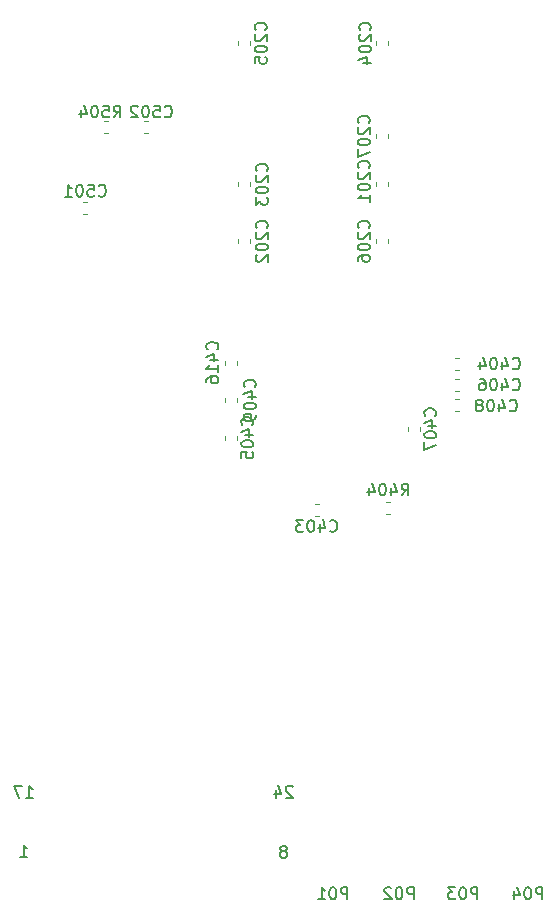
<source format=gbr>
G04 #@! TF.GenerationSoftware,KiCad,Pcbnew,5.1.2*
G04 #@! TF.CreationDate,2019-07-22T21:22:39-05:00*
G04 #@! TF.ProjectId,Raptor2000,52617074-6f72-4323-9030-302e6b696361,A*
G04 #@! TF.SameCoordinates,Original*
G04 #@! TF.FileFunction,Legend,Bot*
G04 #@! TF.FilePolarity,Positive*
%FSLAX46Y46*%
G04 Gerber Fmt 4.6, Leading zero omitted, Abs format (unit mm)*
G04 Created by KiCad (PCBNEW 5.1.2) date 2019-07-22 21:22:39*
%MOMM*%
%LPD*%
G04 APERTURE LIST*
%ADD10C,0.120000*%
%ADD11C,0.150000*%
G04 APERTURE END LIST*
D10*
X129804279Y-69153500D02*
X129478721Y-69153500D01*
X129804279Y-68133500D02*
X129478721Y-68133500D01*
X153380221Y-100391500D02*
X153705779Y-100391500D01*
X153380221Y-101411500D02*
X153705779Y-101411500D01*
X133157279Y-69153500D02*
X132831721Y-69153500D01*
X133157279Y-68133500D02*
X132831721Y-68133500D01*
X128051779Y-76011500D02*
X127726221Y-76011500D01*
X128051779Y-74991500D02*
X127726221Y-74991500D01*
X140718000Y-88745279D02*
X140718000Y-88419721D01*
X139698000Y-88745279D02*
X139698000Y-88419721D01*
X139698000Y-91894779D02*
X139698000Y-91569221D01*
X140718000Y-91894779D02*
X140718000Y-91569221D01*
X159222221Y-91666501D02*
X159547779Y-91666501D01*
X159222221Y-92686501D02*
X159547779Y-92686501D01*
X155192000Y-94358779D02*
X155192000Y-94033221D01*
X156212000Y-94358779D02*
X156212000Y-94033221D01*
X159222221Y-89977500D02*
X159547779Y-89977500D01*
X159222221Y-90997500D02*
X159547779Y-90997500D01*
X139698000Y-95120779D02*
X139698000Y-94795221D01*
X140718000Y-95120779D02*
X140718000Y-94795221D01*
X159222221Y-88199500D02*
X159547779Y-88199500D01*
X159222221Y-89219500D02*
X159547779Y-89219500D01*
X147309721Y-100518500D02*
X147635279Y-100518500D01*
X147309721Y-101538500D02*
X147635279Y-101538500D01*
X152525000Y-69568279D02*
X152525000Y-69242721D01*
X153545000Y-69568279D02*
X153545000Y-69242721D01*
X152525000Y-78458279D02*
X152525000Y-78132721D01*
X153545000Y-78458279D02*
X153545000Y-78132721D01*
X140841000Y-61694279D02*
X140841000Y-61368721D01*
X141861000Y-61694279D02*
X141861000Y-61368721D01*
X153545000Y-61368721D02*
X153545000Y-61694279D01*
X152525000Y-61368721D02*
X152525000Y-61694279D01*
X141861000Y-73306721D02*
X141861000Y-73632279D01*
X140841000Y-73306721D02*
X140841000Y-73632279D01*
X141861000Y-78132721D02*
X141861000Y-78458279D01*
X140841000Y-78132721D02*
X140841000Y-78458279D01*
X152525000Y-73632279D02*
X152525000Y-73306721D01*
X153545000Y-73632279D02*
X153545000Y-73306721D01*
D11*
X130278047Y-67825880D02*
X130611380Y-67349690D01*
X130849476Y-67825880D02*
X130849476Y-66825880D01*
X130468523Y-66825880D01*
X130373285Y-66873500D01*
X130325666Y-66921119D01*
X130278047Y-67016357D01*
X130278047Y-67159214D01*
X130325666Y-67254452D01*
X130373285Y-67302071D01*
X130468523Y-67349690D01*
X130849476Y-67349690D01*
X129373285Y-66825880D02*
X129849476Y-66825880D01*
X129897095Y-67302071D01*
X129849476Y-67254452D01*
X129754238Y-67206833D01*
X129516142Y-67206833D01*
X129420904Y-67254452D01*
X129373285Y-67302071D01*
X129325666Y-67397309D01*
X129325666Y-67635404D01*
X129373285Y-67730642D01*
X129420904Y-67778261D01*
X129516142Y-67825880D01*
X129754238Y-67825880D01*
X129849476Y-67778261D01*
X129897095Y-67730642D01*
X128706619Y-66825880D02*
X128611380Y-66825880D01*
X128516142Y-66873500D01*
X128468523Y-66921119D01*
X128420904Y-67016357D01*
X128373285Y-67206833D01*
X128373285Y-67444928D01*
X128420904Y-67635404D01*
X128468523Y-67730642D01*
X128516142Y-67778261D01*
X128611380Y-67825880D01*
X128706619Y-67825880D01*
X128801857Y-67778261D01*
X128849476Y-67730642D01*
X128897095Y-67635404D01*
X128944714Y-67444928D01*
X128944714Y-67206833D01*
X128897095Y-67016357D01*
X128849476Y-66921119D01*
X128801857Y-66873500D01*
X128706619Y-66825880D01*
X127516142Y-67159214D02*
X127516142Y-67825880D01*
X127754238Y-66778261D02*
X127992333Y-67492547D01*
X127373285Y-67492547D01*
X154662047Y-99829880D02*
X154995380Y-99353690D01*
X155233476Y-99829880D02*
X155233476Y-98829880D01*
X154852523Y-98829880D01*
X154757285Y-98877500D01*
X154709666Y-98925119D01*
X154662047Y-99020357D01*
X154662047Y-99163214D01*
X154709666Y-99258452D01*
X154757285Y-99306071D01*
X154852523Y-99353690D01*
X155233476Y-99353690D01*
X153804904Y-99163214D02*
X153804904Y-99829880D01*
X154043000Y-98782261D02*
X154281095Y-99496547D01*
X153662047Y-99496547D01*
X153090619Y-98829880D02*
X152995380Y-98829880D01*
X152900142Y-98877500D01*
X152852523Y-98925119D01*
X152804904Y-99020357D01*
X152757285Y-99210833D01*
X152757285Y-99448928D01*
X152804904Y-99639404D01*
X152852523Y-99734642D01*
X152900142Y-99782261D01*
X152995380Y-99829880D01*
X153090619Y-99829880D01*
X153185857Y-99782261D01*
X153233476Y-99734642D01*
X153281095Y-99639404D01*
X153328714Y-99448928D01*
X153328714Y-99210833D01*
X153281095Y-99020357D01*
X153233476Y-98925119D01*
X153185857Y-98877500D01*
X153090619Y-98829880D01*
X151900142Y-99163214D02*
X151900142Y-99829880D01*
X152138238Y-98782261D02*
X152376333Y-99496547D01*
X151757285Y-99496547D01*
X166583285Y-134007880D02*
X166583285Y-133007880D01*
X166202333Y-133007880D01*
X166107095Y-133055500D01*
X166059476Y-133103119D01*
X166011857Y-133198357D01*
X166011857Y-133341214D01*
X166059476Y-133436452D01*
X166107095Y-133484071D01*
X166202333Y-133531690D01*
X166583285Y-133531690D01*
X165392809Y-133007880D02*
X165297571Y-133007880D01*
X165202333Y-133055500D01*
X165154714Y-133103119D01*
X165107095Y-133198357D01*
X165059476Y-133388833D01*
X165059476Y-133626928D01*
X165107095Y-133817404D01*
X165154714Y-133912642D01*
X165202333Y-133960261D01*
X165297571Y-134007880D01*
X165392809Y-134007880D01*
X165488047Y-133960261D01*
X165535666Y-133912642D01*
X165583285Y-133817404D01*
X165630904Y-133626928D01*
X165630904Y-133388833D01*
X165583285Y-133198357D01*
X165535666Y-133103119D01*
X165488047Y-133055500D01*
X165392809Y-133007880D01*
X164202333Y-133341214D02*
X164202333Y-134007880D01*
X164440428Y-132960261D02*
X164678523Y-133674547D01*
X164059476Y-133674547D01*
X161083285Y-134007880D02*
X161083285Y-133007880D01*
X160702333Y-133007880D01*
X160607095Y-133055500D01*
X160559476Y-133103119D01*
X160511857Y-133198357D01*
X160511857Y-133341214D01*
X160559476Y-133436452D01*
X160607095Y-133484071D01*
X160702333Y-133531690D01*
X161083285Y-133531690D01*
X159892809Y-133007880D02*
X159797571Y-133007880D01*
X159702333Y-133055500D01*
X159654714Y-133103119D01*
X159607095Y-133198357D01*
X159559476Y-133388833D01*
X159559476Y-133626928D01*
X159607095Y-133817404D01*
X159654714Y-133912642D01*
X159702333Y-133960261D01*
X159797571Y-134007880D01*
X159892809Y-134007880D01*
X159988047Y-133960261D01*
X160035666Y-133912642D01*
X160083285Y-133817404D01*
X160130904Y-133626928D01*
X160130904Y-133388833D01*
X160083285Y-133198357D01*
X160035666Y-133103119D01*
X159988047Y-133055500D01*
X159892809Y-133007880D01*
X159226142Y-133007880D02*
X158607095Y-133007880D01*
X158940428Y-133388833D01*
X158797571Y-133388833D01*
X158702333Y-133436452D01*
X158654714Y-133484071D01*
X158607095Y-133579309D01*
X158607095Y-133817404D01*
X158654714Y-133912642D01*
X158702333Y-133960261D01*
X158797571Y-134007880D01*
X159083285Y-134007880D01*
X159178523Y-133960261D01*
X159226142Y-133912642D01*
X155683285Y-134007880D02*
X155683285Y-133007880D01*
X155302333Y-133007880D01*
X155207095Y-133055500D01*
X155159476Y-133103119D01*
X155111857Y-133198357D01*
X155111857Y-133341214D01*
X155159476Y-133436452D01*
X155207095Y-133484071D01*
X155302333Y-133531690D01*
X155683285Y-133531690D01*
X154492809Y-133007880D02*
X154397571Y-133007880D01*
X154302333Y-133055500D01*
X154254714Y-133103119D01*
X154207095Y-133198357D01*
X154159476Y-133388833D01*
X154159476Y-133626928D01*
X154207095Y-133817404D01*
X154254714Y-133912642D01*
X154302333Y-133960261D01*
X154397571Y-134007880D01*
X154492809Y-134007880D01*
X154588047Y-133960261D01*
X154635666Y-133912642D01*
X154683285Y-133817404D01*
X154730904Y-133626928D01*
X154730904Y-133388833D01*
X154683285Y-133198357D01*
X154635666Y-133103119D01*
X154588047Y-133055500D01*
X154492809Y-133007880D01*
X153778523Y-133103119D02*
X153730904Y-133055500D01*
X153635666Y-133007880D01*
X153397571Y-133007880D01*
X153302333Y-133055500D01*
X153254714Y-133103119D01*
X153207095Y-133198357D01*
X153207095Y-133293595D01*
X153254714Y-133436452D01*
X153826142Y-134007880D01*
X153207095Y-134007880D01*
X150083285Y-134007880D02*
X150083285Y-133007880D01*
X149702333Y-133007880D01*
X149607095Y-133055500D01*
X149559476Y-133103119D01*
X149511857Y-133198357D01*
X149511857Y-133341214D01*
X149559476Y-133436452D01*
X149607095Y-133484071D01*
X149702333Y-133531690D01*
X150083285Y-133531690D01*
X148892809Y-133007880D02*
X148797571Y-133007880D01*
X148702333Y-133055500D01*
X148654714Y-133103119D01*
X148607095Y-133198357D01*
X148559476Y-133388833D01*
X148559476Y-133626928D01*
X148607095Y-133817404D01*
X148654714Y-133912642D01*
X148702333Y-133960261D01*
X148797571Y-134007880D01*
X148892809Y-134007880D01*
X148988047Y-133960261D01*
X149035666Y-133912642D01*
X149083285Y-133817404D01*
X149130904Y-133626928D01*
X149130904Y-133388833D01*
X149083285Y-133198357D01*
X149035666Y-133103119D01*
X148988047Y-133055500D01*
X148892809Y-133007880D01*
X147607095Y-134007880D02*
X148178523Y-134007880D01*
X147892809Y-134007880D02*
X147892809Y-133007880D01*
X147988047Y-133150738D01*
X148083285Y-133245976D01*
X148178523Y-133293595D01*
X145430904Y-124503119D02*
X145383285Y-124455500D01*
X145288047Y-124407880D01*
X145049952Y-124407880D01*
X144954714Y-124455500D01*
X144907095Y-124503119D01*
X144859476Y-124598357D01*
X144859476Y-124693595D01*
X144907095Y-124836452D01*
X145478523Y-125407880D01*
X144859476Y-125407880D01*
X144002333Y-124741214D02*
X144002333Y-125407880D01*
X144240428Y-124360261D02*
X144478523Y-125074547D01*
X143859476Y-125074547D01*
X122859476Y-125407880D02*
X123430904Y-125407880D01*
X123145190Y-125407880D02*
X123145190Y-124407880D01*
X123240428Y-124550738D01*
X123335666Y-124645976D01*
X123430904Y-124693595D01*
X122526142Y-124407880D02*
X121859476Y-124407880D01*
X122288047Y-125407880D01*
X144764238Y-129936452D02*
X144859476Y-129888833D01*
X144907095Y-129841214D01*
X144954714Y-129745976D01*
X144954714Y-129698357D01*
X144907095Y-129603119D01*
X144859476Y-129555500D01*
X144764238Y-129507880D01*
X144573761Y-129507880D01*
X144478523Y-129555500D01*
X144430904Y-129603119D01*
X144383285Y-129698357D01*
X144383285Y-129745976D01*
X144430904Y-129841214D01*
X144478523Y-129888833D01*
X144573761Y-129936452D01*
X144764238Y-129936452D01*
X144859476Y-129984071D01*
X144907095Y-130031690D01*
X144954714Y-130126928D01*
X144954714Y-130317404D01*
X144907095Y-130412642D01*
X144859476Y-130460261D01*
X144764238Y-130507880D01*
X144573761Y-130507880D01*
X144478523Y-130460261D01*
X144430904Y-130412642D01*
X144383285Y-130317404D01*
X144383285Y-130126928D01*
X144430904Y-130031690D01*
X144478523Y-129984071D01*
X144573761Y-129936452D01*
X122383285Y-130407880D02*
X122954714Y-130407880D01*
X122669000Y-130407880D02*
X122669000Y-129407880D01*
X122764238Y-129550738D01*
X122859476Y-129645976D01*
X122954714Y-129693595D01*
X134596047Y-67730642D02*
X134643666Y-67778261D01*
X134786523Y-67825880D01*
X134881761Y-67825880D01*
X135024619Y-67778261D01*
X135119857Y-67683023D01*
X135167476Y-67587785D01*
X135215095Y-67397309D01*
X135215095Y-67254452D01*
X135167476Y-67063976D01*
X135119857Y-66968738D01*
X135024619Y-66873500D01*
X134881761Y-66825880D01*
X134786523Y-66825880D01*
X134643666Y-66873500D01*
X134596047Y-66921119D01*
X133691285Y-66825880D02*
X134167476Y-66825880D01*
X134215095Y-67302071D01*
X134167476Y-67254452D01*
X134072238Y-67206833D01*
X133834142Y-67206833D01*
X133738904Y-67254452D01*
X133691285Y-67302071D01*
X133643666Y-67397309D01*
X133643666Y-67635404D01*
X133691285Y-67730642D01*
X133738904Y-67778261D01*
X133834142Y-67825880D01*
X134072238Y-67825880D01*
X134167476Y-67778261D01*
X134215095Y-67730642D01*
X133024619Y-66825880D02*
X132929380Y-66825880D01*
X132834142Y-66873500D01*
X132786523Y-66921119D01*
X132738904Y-67016357D01*
X132691285Y-67206833D01*
X132691285Y-67444928D01*
X132738904Y-67635404D01*
X132786523Y-67730642D01*
X132834142Y-67778261D01*
X132929380Y-67825880D01*
X133024619Y-67825880D01*
X133119857Y-67778261D01*
X133167476Y-67730642D01*
X133215095Y-67635404D01*
X133262714Y-67444928D01*
X133262714Y-67206833D01*
X133215095Y-67016357D01*
X133167476Y-66921119D01*
X133119857Y-66873500D01*
X133024619Y-66825880D01*
X132310333Y-66921119D02*
X132262714Y-66873500D01*
X132167476Y-66825880D01*
X131929380Y-66825880D01*
X131834142Y-66873500D01*
X131786523Y-66921119D01*
X131738904Y-67016357D01*
X131738904Y-67111595D01*
X131786523Y-67254452D01*
X132357952Y-67825880D01*
X131738904Y-67825880D01*
X129008047Y-74428642D02*
X129055666Y-74476261D01*
X129198523Y-74523880D01*
X129293761Y-74523880D01*
X129436619Y-74476261D01*
X129531857Y-74381023D01*
X129579476Y-74285785D01*
X129627095Y-74095309D01*
X129627095Y-73952452D01*
X129579476Y-73761976D01*
X129531857Y-73666738D01*
X129436619Y-73571500D01*
X129293761Y-73523880D01*
X129198523Y-73523880D01*
X129055666Y-73571500D01*
X129008047Y-73619119D01*
X128103285Y-73523880D02*
X128579476Y-73523880D01*
X128627095Y-74000071D01*
X128579476Y-73952452D01*
X128484238Y-73904833D01*
X128246142Y-73904833D01*
X128150904Y-73952452D01*
X128103285Y-74000071D01*
X128055666Y-74095309D01*
X128055666Y-74333404D01*
X128103285Y-74428642D01*
X128150904Y-74476261D01*
X128246142Y-74523880D01*
X128484238Y-74523880D01*
X128579476Y-74476261D01*
X128627095Y-74428642D01*
X127436619Y-73523880D02*
X127341380Y-73523880D01*
X127246142Y-73571500D01*
X127198523Y-73619119D01*
X127150904Y-73714357D01*
X127103285Y-73904833D01*
X127103285Y-74142928D01*
X127150904Y-74333404D01*
X127198523Y-74428642D01*
X127246142Y-74476261D01*
X127341380Y-74523880D01*
X127436619Y-74523880D01*
X127531857Y-74476261D01*
X127579476Y-74428642D01*
X127627095Y-74333404D01*
X127674714Y-74142928D01*
X127674714Y-73904833D01*
X127627095Y-73714357D01*
X127579476Y-73619119D01*
X127531857Y-73571500D01*
X127436619Y-73523880D01*
X126150904Y-74523880D02*
X126722333Y-74523880D01*
X126436619Y-74523880D02*
X126436619Y-73523880D01*
X126531857Y-73666738D01*
X126627095Y-73761976D01*
X126722333Y-73809595D01*
X139041142Y-87463452D02*
X139088761Y-87415833D01*
X139136380Y-87272976D01*
X139136380Y-87177738D01*
X139088761Y-87034880D01*
X138993523Y-86939642D01*
X138898285Y-86892023D01*
X138707809Y-86844404D01*
X138564952Y-86844404D01*
X138374476Y-86892023D01*
X138279238Y-86939642D01*
X138184000Y-87034880D01*
X138136380Y-87177738D01*
X138136380Y-87272976D01*
X138184000Y-87415833D01*
X138231619Y-87463452D01*
X138469714Y-88320595D02*
X139136380Y-88320595D01*
X138088761Y-88082500D02*
X138803047Y-87844404D01*
X138803047Y-88463452D01*
X139136380Y-89368214D02*
X139136380Y-88796785D01*
X139136380Y-89082500D02*
X138136380Y-89082500D01*
X138279238Y-88987261D01*
X138374476Y-88892023D01*
X138422095Y-88796785D01*
X138136380Y-90225357D02*
X138136380Y-90034880D01*
X138184000Y-89939642D01*
X138231619Y-89892023D01*
X138374476Y-89796785D01*
X138564952Y-89749166D01*
X138945904Y-89749166D01*
X139041142Y-89796785D01*
X139088761Y-89844404D01*
X139136380Y-89939642D01*
X139136380Y-90130119D01*
X139088761Y-90225357D01*
X139041142Y-90272976D01*
X138945904Y-90320595D01*
X138707809Y-90320595D01*
X138612571Y-90272976D01*
X138564952Y-90225357D01*
X138517333Y-90130119D01*
X138517333Y-89939642D01*
X138564952Y-89844404D01*
X138612571Y-89796785D01*
X138707809Y-89749166D01*
X142216142Y-90638452D02*
X142263761Y-90590833D01*
X142311380Y-90447976D01*
X142311380Y-90352738D01*
X142263761Y-90209880D01*
X142168523Y-90114642D01*
X142073285Y-90067023D01*
X141882809Y-90019404D01*
X141739952Y-90019404D01*
X141549476Y-90067023D01*
X141454238Y-90114642D01*
X141359000Y-90209880D01*
X141311380Y-90352738D01*
X141311380Y-90447976D01*
X141359000Y-90590833D01*
X141406619Y-90638452D01*
X141644714Y-91495595D02*
X142311380Y-91495595D01*
X141263761Y-91257500D02*
X141978047Y-91019404D01*
X141978047Y-91638452D01*
X141311380Y-92209880D02*
X141311380Y-92305119D01*
X141359000Y-92400357D01*
X141406619Y-92447976D01*
X141501857Y-92495595D01*
X141692333Y-92543214D01*
X141930428Y-92543214D01*
X142120904Y-92495595D01*
X142216142Y-92447976D01*
X142263761Y-92400357D01*
X142311380Y-92305119D01*
X142311380Y-92209880D01*
X142263761Y-92114642D01*
X142216142Y-92067023D01*
X142120904Y-92019404D01*
X141930428Y-91971785D01*
X141692333Y-91971785D01*
X141501857Y-92019404D01*
X141406619Y-92067023D01*
X141359000Y-92114642D01*
X141311380Y-92209880D01*
X142311380Y-93019404D02*
X142311380Y-93209880D01*
X142263761Y-93305119D01*
X142216142Y-93352738D01*
X142073285Y-93447976D01*
X141882809Y-93495595D01*
X141501857Y-93495595D01*
X141406619Y-93447976D01*
X141359000Y-93400357D01*
X141311380Y-93305119D01*
X141311380Y-93114642D01*
X141359000Y-93019404D01*
X141406619Y-92971785D01*
X141501857Y-92924166D01*
X141739952Y-92924166D01*
X141835190Y-92971785D01*
X141882809Y-93019404D01*
X141930428Y-93114642D01*
X141930428Y-93305119D01*
X141882809Y-93400357D01*
X141835190Y-93447976D01*
X141739952Y-93495595D01*
X163806047Y-92622642D02*
X163853666Y-92670261D01*
X163996523Y-92717880D01*
X164091761Y-92717880D01*
X164234619Y-92670261D01*
X164329857Y-92575023D01*
X164377476Y-92479785D01*
X164425095Y-92289309D01*
X164425095Y-92146452D01*
X164377476Y-91955976D01*
X164329857Y-91860738D01*
X164234619Y-91765500D01*
X164091761Y-91717880D01*
X163996523Y-91717880D01*
X163853666Y-91765500D01*
X163806047Y-91813119D01*
X162948904Y-92051214D02*
X162948904Y-92717880D01*
X163187000Y-91670261D02*
X163425095Y-92384547D01*
X162806047Y-92384547D01*
X162234619Y-91717880D02*
X162139380Y-91717880D01*
X162044142Y-91765500D01*
X161996523Y-91813119D01*
X161948904Y-91908357D01*
X161901285Y-92098833D01*
X161901285Y-92336928D01*
X161948904Y-92527404D01*
X161996523Y-92622642D01*
X162044142Y-92670261D01*
X162139380Y-92717880D01*
X162234619Y-92717880D01*
X162329857Y-92670261D01*
X162377476Y-92622642D01*
X162425095Y-92527404D01*
X162472714Y-92336928D01*
X162472714Y-92098833D01*
X162425095Y-91908357D01*
X162377476Y-91813119D01*
X162329857Y-91765500D01*
X162234619Y-91717880D01*
X161329857Y-92146452D02*
X161425095Y-92098833D01*
X161472714Y-92051214D01*
X161520333Y-91955976D01*
X161520333Y-91908357D01*
X161472714Y-91813119D01*
X161425095Y-91765500D01*
X161329857Y-91717880D01*
X161139380Y-91717880D01*
X161044142Y-91765500D01*
X160996523Y-91813119D01*
X160948904Y-91908357D01*
X160948904Y-91955976D01*
X160996523Y-92051214D01*
X161044142Y-92098833D01*
X161139380Y-92146452D01*
X161329857Y-92146452D01*
X161425095Y-92194071D01*
X161472714Y-92241690D01*
X161520333Y-92336928D01*
X161520333Y-92527404D01*
X161472714Y-92622642D01*
X161425095Y-92670261D01*
X161329857Y-92717880D01*
X161139380Y-92717880D01*
X161044142Y-92670261D01*
X160996523Y-92622642D01*
X160948904Y-92527404D01*
X160948904Y-92336928D01*
X160996523Y-92241690D01*
X161044142Y-92194071D01*
X161139380Y-92146452D01*
X157489142Y-93076952D02*
X157536761Y-93029333D01*
X157584380Y-92886476D01*
X157584380Y-92791238D01*
X157536761Y-92648380D01*
X157441523Y-92553142D01*
X157346285Y-92505523D01*
X157155809Y-92457904D01*
X157012952Y-92457904D01*
X156822476Y-92505523D01*
X156727238Y-92553142D01*
X156632000Y-92648380D01*
X156584380Y-92791238D01*
X156584380Y-92886476D01*
X156632000Y-93029333D01*
X156679619Y-93076952D01*
X156917714Y-93934095D02*
X157584380Y-93934095D01*
X156536761Y-93696000D02*
X157251047Y-93457904D01*
X157251047Y-94076952D01*
X156584380Y-94648380D02*
X156584380Y-94743619D01*
X156632000Y-94838857D01*
X156679619Y-94886476D01*
X156774857Y-94934095D01*
X156965333Y-94981714D01*
X157203428Y-94981714D01*
X157393904Y-94934095D01*
X157489142Y-94886476D01*
X157536761Y-94838857D01*
X157584380Y-94743619D01*
X157584380Y-94648380D01*
X157536761Y-94553142D01*
X157489142Y-94505523D01*
X157393904Y-94457904D01*
X157203428Y-94410285D01*
X156965333Y-94410285D01*
X156774857Y-94457904D01*
X156679619Y-94505523D01*
X156632000Y-94553142D01*
X156584380Y-94648380D01*
X156584380Y-95315047D02*
X156584380Y-95981714D01*
X157584380Y-95553142D01*
X164060047Y-90844642D02*
X164107666Y-90892261D01*
X164250523Y-90939880D01*
X164345761Y-90939880D01*
X164488619Y-90892261D01*
X164583857Y-90797023D01*
X164631476Y-90701785D01*
X164679095Y-90511309D01*
X164679095Y-90368452D01*
X164631476Y-90177976D01*
X164583857Y-90082738D01*
X164488619Y-89987500D01*
X164345761Y-89939880D01*
X164250523Y-89939880D01*
X164107666Y-89987500D01*
X164060047Y-90035119D01*
X163202904Y-90273214D02*
X163202904Y-90939880D01*
X163441000Y-89892261D02*
X163679095Y-90606547D01*
X163060047Y-90606547D01*
X162488619Y-89939880D02*
X162393380Y-89939880D01*
X162298142Y-89987500D01*
X162250523Y-90035119D01*
X162202904Y-90130357D01*
X162155285Y-90320833D01*
X162155285Y-90558928D01*
X162202904Y-90749404D01*
X162250523Y-90844642D01*
X162298142Y-90892261D01*
X162393380Y-90939880D01*
X162488619Y-90939880D01*
X162583857Y-90892261D01*
X162631476Y-90844642D01*
X162679095Y-90749404D01*
X162726714Y-90558928D01*
X162726714Y-90320833D01*
X162679095Y-90130357D01*
X162631476Y-90035119D01*
X162583857Y-89987500D01*
X162488619Y-89939880D01*
X161298142Y-89939880D02*
X161488619Y-89939880D01*
X161583857Y-89987500D01*
X161631476Y-90035119D01*
X161726714Y-90177976D01*
X161774333Y-90368452D01*
X161774333Y-90749404D01*
X161726714Y-90844642D01*
X161679095Y-90892261D01*
X161583857Y-90939880D01*
X161393380Y-90939880D01*
X161298142Y-90892261D01*
X161250523Y-90844642D01*
X161202904Y-90749404D01*
X161202904Y-90511309D01*
X161250523Y-90416071D01*
X161298142Y-90368452D01*
X161393380Y-90320833D01*
X161583857Y-90320833D01*
X161679095Y-90368452D01*
X161726714Y-90416071D01*
X161774333Y-90511309D01*
X141995142Y-93838952D02*
X142042761Y-93791333D01*
X142090380Y-93648476D01*
X142090380Y-93553238D01*
X142042761Y-93410380D01*
X141947523Y-93315142D01*
X141852285Y-93267523D01*
X141661809Y-93219904D01*
X141518952Y-93219904D01*
X141328476Y-93267523D01*
X141233238Y-93315142D01*
X141138000Y-93410380D01*
X141090380Y-93553238D01*
X141090380Y-93648476D01*
X141138000Y-93791333D01*
X141185619Y-93838952D01*
X141423714Y-94696095D02*
X142090380Y-94696095D01*
X141042761Y-94458000D02*
X141757047Y-94219904D01*
X141757047Y-94838952D01*
X141090380Y-95410380D02*
X141090380Y-95505619D01*
X141138000Y-95600857D01*
X141185619Y-95648476D01*
X141280857Y-95696095D01*
X141471333Y-95743714D01*
X141709428Y-95743714D01*
X141899904Y-95696095D01*
X141995142Y-95648476D01*
X142042761Y-95600857D01*
X142090380Y-95505619D01*
X142090380Y-95410380D01*
X142042761Y-95315142D01*
X141995142Y-95267523D01*
X141899904Y-95219904D01*
X141709428Y-95172285D01*
X141471333Y-95172285D01*
X141280857Y-95219904D01*
X141185619Y-95267523D01*
X141138000Y-95315142D01*
X141090380Y-95410380D01*
X141090380Y-96648476D02*
X141090380Y-96172285D01*
X141566571Y-96124666D01*
X141518952Y-96172285D01*
X141471333Y-96267523D01*
X141471333Y-96505619D01*
X141518952Y-96600857D01*
X141566571Y-96648476D01*
X141661809Y-96696095D01*
X141899904Y-96696095D01*
X141995142Y-96648476D01*
X142042761Y-96600857D01*
X142090380Y-96505619D01*
X142090380Y-96267523D01*
X142042761Y-96172285D01*
X141995142Y-96124666D01*
X164060047Y-89066642D02*
X164107666Y-89114261D01*
X164250523Y-89161880D01*
X164345761Y-89161880D01*
X164488619Y-89114261D01*
X164583857Y-89019023D01*
X164631476Y-88923785D01*
X164679095Y-88733309D01*
X164679095Y-88590452D01*
X164631476Y-88399976D01*
X164583857Y-88304738D01*
X164488619Y-88209500D01*
X164345761Y-88161880D01*
X164250523Y-88161880D01*
X164107666Y-88209500D01*
X164060047Y-88257119D01*
X163202904Y-88495214D02*
X163202904Y-89161880D01*
X163441000Y-88114261D02*
X163679095Y-88828547D01*
X163060047Y-88828547D01*
X162488619Y-88161880D02*
X162393380Y-88161880D01*
X162298142Y-88209500D01*
X162250523Y-88257119D01*
X162202904Y-88352357D01*
X162155285Y-88542833D01*
X162155285Y-88780928D01*
X162202904Y-88971404D01*
X162250523Y-89066642D01*
X162298142Y-89114261D01*
X162393380Y-89161880D01*
X162488619Y-89161880D01*
X162583857Y-89114261D01*
X162631476Y-89066642D01*
X162679095Y-88971404D01*
X162726714Y-88780928D01*
X162726714Y-88542833D01*
X162679095Y-88352357D01*
X162631476Y-88257119D01*
X162583857Y-88209500D01*
X162488619Y-88161880D01*
X161298142Y-88495214D02*
X161298142Y-89161880D01*
X161536238Y-88114261D02*
X161774333Y-88828547D01*
X161155285Y-88828547D01*
X148591547Y-102815642D02*
X148639166Y-102863261D01*
X148782023Y-102910880D01*
X148877261Y-102910880D01*
X149020119Y-102863261D01*
X149115357Y-102768023D01*
X149162976Y-102672785D01*
X149210595Y-102482309D01*
X149210595Y-102339452D01*
X149162976Y-102148976D01*
X149115357Y-102053738D01*
X149020119Y-101958500D01*
X148877261Y-101910880D01*
X148782023Y-101910880D01*
X148639166Y-101958500D01*
X148591547Y-102006119D01*
X147734404Y-102244214D02*
X147734404Y-102910880D01*
X147972500Y-101863261D02*
X148210595Y-102577547D01*
X147591547Y-102577547D01*
X147020119Y-101910880D02*
X146924880Y-101910880D01*
X146829642Y-101958500D01*
X146782023Y-102006119D01*
X146734404Y-102101357D01*
X146686785Y-102291833D01*
X146686785Y-102529928D01*
X146734404Y-102720404D01*
X146782023Y-102815642D01*
X146829642Y-102863261D01*
X146924880Y-102910880D01*
X147020119Y-102910880D01*
X147115357Y-102863261D01*
X147162976Y-102815642D01*
X147210595Y-102720404D01*
X147258214Y-102529928D01*
X147258214Y-102291833D01*
X147210595Y-102101357D01*
X147162976Y-102006119D01*
X147115357Y-101958500D01*
X147020119Y-101910880D01*
X146353452Y-101910880D02*
X145734404Y-101910880D01*
X146067738Y-102291833D01*
X145924880Y-102291833D01*
X145829642Y-102339452D01*
X145782023Y-102387071D01*
X145734404Y-102482309D01*
X145734404Y-102720404D01*
X145782023Y-102815642D01*
X145829642Y-102863261D01*
X145924880Y-102910880D01*
X146210595Y-102910880D01*
X146305833Y-102863261D01*
X146353452Y-102815642D01*
X151868142Y-68286452D02*
X151915761Y-68238833D01*
X151963380Y-68095976D01*
X151963380Y-68000738D01*
X151915761Y-67857880D01*
X151820523Y-67762642D01*
X151725285Y-67715023D01*
X151534809Y-67667404D01*
X151391952Y-67667404D01*
X151201476Y-67715023D01*
X151106238Y-67762642D01*
X151011000Y-67857880D01*
X150963380Y-68000738D01*
X150963380Y-68095976D01*
X151011000Y-68238833D01*
X151058619Y-68286452D01*
X151058619Y-68667404D02*
X151011000Y-68715023D01*
X150963380Y-68810261D01*
X150963380Y-69048357D01*
X151011000Y-69143595D01*
X151058619Y-69191214D01*
X151153857Y-69238833D01*
X151249095Y-69238833D01*
X151391952Y-69191214D01*
X151963380Y-68619785D01*
X151963380Y-69238833D01*
X150963380Y-69857880D02*
X150963380Y-69953119D01*
X151011000Y-70048357D01*
X151058619Y-70095976D01*
X151153857Y-70143595D01*
X151344333Y-70191214D01*
X151582428Y-70191214D01*
X151772904Y-70143595D01*
X151868142Y-70095976D01*
X151915761Y-70048357D01*
X151963380Y-69953119D01*
X151963380Y-69857880D01*
X151915761Y-69762642D01*
X151868142Y-69715023D01*
X151772904Y-69667404D01*
X151582428Y-69619785D01*
X151344333Y-69619785D01*
X151153857Y-69667404D01*
X151058619Y-69715023D01*
X151011000Y-69762642D01*
X150963380Y-69857880D01*
X150963380Y-70524547D02*
X150963380Y-71191214D01*
X151963380Y-70762642D01*
X151868142Y-77176452D02*
X151915761Y-77128833D01*
X151963380Y-76985976D01*
X151963380Y-76890738D01*
X151915761Y-76747880D01*
X151820523Y-76652642D01*
X151725285Y-76605023D01*
X151534809Y-76557404D01*
X151391952Y-76557404D01*
X151201476Y-76605023D01*
X151106238Y-76652642D01*
X151011000Y-76747880D01*
X150963380Y-76890738D01*
X150963380Y-76985976D01*
X151011000Y-77128833D01*
X151058619Y-77176452D01*
X151058619Y-77557404D02*
X151011000Y-77605023D01*
X150963380Y-77700261D01*
X150963380Y-77938357D01*
X151011000Y-78033595D01*
X151058619Y-78081214D01*
X151153857Y-78128833D01*
X151249095Y-78128833D01*
X151391952Y-78081214D01*
X151963380Y-77509785D01*
X151963380Y-78128833D01*
X150963380Y-78747880D02*
X150963380Y-78843119D01*
X151011000Y-78938357D01*
X151058619Y-78985976D01*
X151153857Y-79033595D01*
X151344333Y-79081214D01*
X151582428Y-79081214D01*
X151772904Y-79033595D01*
X151868142Y-78985976D01*
X151915761Y-78938357D01*
X151963380Y-78843119D01*
X151963380Y-78747880D01*
X151915761Y-78652642D01*
X151868142Y-78605023D01*
X151772904Y-78557404D01*
X151582428Y-78509785D01*
X151344333Y-78509785D01*
X151153857Y-78557404D01*
X151058619Y-78605023D01*
X151011000Y-78652642D01*
X150963380Y-78747880D01*
X150963380Y-79938357D02*
X150963380Y-79747880D01*
X151011000Y-79652642D01*
X151058619Y-79605023D01*
X151201476Y-79509785D01*
X151391952Y-79462166D01*
X151772904Y-79462166D01*
X151868142Y-79509785D01*
X151915761Y-79557404D01*
X151963380Y-79652642D01*
X151963380Y-79843119D01*
X151915761Y-79938357D01*
X151868142Y-79985976D01*
X151772904Y-80033595D01*
X151534809Y-80033595D01*
X151439571Y-79985976D01*
X151391952Y-79938357D01*
X151344333Y-79843119D01*
X151344333Y-79652642D01*
X151391952Y-79557404D01*
X151439571Y-79509785D01*
X151534809Y-79462166D01*
X143138142Y-60412452D02*
X143185761Y-60364833D01*
X143233380Y-60221976D01*
X143233380Y-60126738D01*
X143185761Y-59983880D01*
X143090523Y-59888642D01*
X142995285Y-59841023D01*
X142804809Y-59793404D01*
X142661952Y-59793404D01*
X142471476Y-59841023D01*
X142376238Y-59888642D01*
X142281000Y-59983880D01*
X142233380Y-60126738D01*
X142233380Y-60221976D01*
X142281000Y-60364833D01*
X142328619Y-60412452D01*
X142328619Y-60793404D02*
X142281000Y-60841023D01*
X142233380Y-60936261D01*
X142233380Y-61174357D01*
X142281000Y-61269595D01*
X142328619Y-61317214D01*
X142423857Y-61364833D01*
X142519095Y-61364833D01*
X142661952Y-61317214D01*
X143233380Y-60745785D01*
X143233380Y-61364833D01*
X142233380Y-61983880D02*
X142233380Y-62079119D01*
X142281000Y-62174357D01*
X142328619Y-62221976D01*
X142423857Y-62269595D01*
X142614333Y-62317214D01*
X142852428Y-62317214D01*
X143042904Y-62269595D01*
X143138142Y-62221976D01*
X143185761Y-62174357D01*
X143233380Y-62079119D01*
X143233380Y-61983880D01*
X143185761Y-61888642D01*
X143138142Y-61841023D01*
X143042904Y-61793404D01*
X142852428Y-61745785D01*
X142614333Y-61745785D01*
X142423857Y-61793404D01*
X142328619Y-61841023D01*
X142281000Y-61888642D01*
X142233380Y-61983880D01*
X142233380Y-63221976D02*
X142233380Y-62745785D01*
X142709571Y-62698166D01*
X142661952Y-62745785D01*
X142614333Y-62841023D01*
X142614333Y-63079119D01*
X142661952Y-63174357D01*
X142709571Y-63221976D01*
X142804809Y-63269595D01*
X143042904Y-63269595D01*
X143138142Y-63221976D01*
X143185761Y-63174357D01*
X143233380Y-63079119D01*
X143233380Y-62841023D01*
X143185761Y-62745785D01*
X143138142Y-62698166D01*
X151962142Y-60412452D02*
X152009761Y-60364833D01*
X152057380Y-60221976D01*
X152057380Y-60126738D01*
X152009761Y-59983880D01*
X151914523Y-59888642D01*
X151819285Y-59841023D01*
X151628809Y-59793404D01*
X151485952Y-59793404D01*
X151295476Y-59841023D01*
X151200238Y-59888642D01*
X151105000Y-59983880D01*
X151057380Y-60126738D01*
X151057380Y-60221976D01*
X151105000Y-60364833D01*
X151152619Y-60412452D01*
X151152619Y-60793404D02*
X151105000Y-60841023D01*
X151057380Y-60936261D01*
X151057380Y-61174357D01*
X151105000Y-61269595D01*
X151152619Y-61317214D01*
X151247857Y-61364833D01*
X151343095Y-61364833D01*
X151485952Y-61317214D01*
X152057380Y-60745785D01*
X152057380Y-61364833D01*
X151057380Y-61983880D02*
X151057380Y-62079119D01*
X151105000Y-62174357D01*
X151152619Y-62221976D01*
X151247857Y-62269595D01*
X151438333Y-62317214D01*
X151676428Y-62317214D01*
X151866904Y-62269595D01*
X151962142Y-62221976D01*
X152009761Y-62174357D01*
X152057380Y-62079119D01*
X152057380Y-61983880D01*
X152009761Y-61888642D01*
X151962142Y-61841023D01*
X151866904Y-61793404D01*
X151676428Y-61745785D01*
X151438333Y-61745785D01*
X151247857Y-61793404D01*
X151152619Y-61841023D01*
X151105000Y-61888642D01*
X151057380Y-61983880D01*
X151390714Y-63174357D02*
X152057380Y-63174357D01*
X151009761Y-62936261D02*
X151724047Y-62698166D01*
X151724047Y-63317214D01*
X143232142Y-72350452D02*
X143279761Y-72302833D01*
X143327380Y-72159976D01*
X143327380Y-72064738D01*
X143279761Y-71921880D01*
X143184523Y-71826642D01*
X143089285Y-71779023D01*
X142898809Y-71731404D01*
X142755952Y-71731404D01*
X142565476Y-71779023D01*
X142470238Y-71826642D01*
X142375000Y-71921880D01*
X142327380Y-72064738D01*
X142327380Y-72159976D01*
X142375000Y-72302833D01*
X142422619Y-72350452D01*
X142422619Y-72731404D02*
X142375000Y-72779023D01*
X142327380Y-72874261D01*
X142327380Y-73112357D01*
X142375000Y-73207595D01*
X142422619Y-73255214D01*
X142517857Y-73302833D01*
X142613095Y-73302833D01*
X142755952Y-73255214D01*
X143327380Y-72683785D01*
X143327380Y-73302833D01*
X142327380Y-73921880D02*
X142327380Y-74017119D01*
X142375000Y-74112357D01*
X142422619Y-74159976D01*
X142517857Y-74207595D01*
X142708333Y-74255214D01*
X142946428Y-74255214D01*
X143136904Y-74207595D01*
X143232142Y-74159976D01*
X143279761Y-74112357D01*
X143327380Y-74017119D01*
X143327380Y-73921880D01*
X143279761Y-73826642D01*
X143232142Y-73779023D01*
X143136904Y-73731404D01*
X142946428Y-73683785D01*
X142708333Y-73683785D01*
X142517857Y-73731404D01*
X142422619Y-73779023D01*
X142375000Y-73826642D01*
X142327380Y-73921880D01*
X142327380Y-74588547D02*
X142327380Y-75207595D01*
X142708333Y-74874261D01*
X142708333Y-75017119D01*
X142755952Y-75112357D01*
X142803571Y-75159976D01*
X142898809Y-75207595D01*
X143136904Y-75207595D01*
X143232142Y-75159976D01*
X143279761Y-75112357D01*
X143327380Y-75017119D01*
X143327380Y-74731404D01*
X143279761Y-74636166D01*
X143232142Y-74588547D01*
X143232142Y-77176452D02*
X143279761Y-77128833D01*
X143327380Y-76985976D01*
X143327380Y-76890738D01*
X143279761Y-76747880D01*
X143184523Y-76652642D01*
X143089285Y-76605023D01*
X142898809Y-76557404D01*
X142755952Y-76557404D01*
X142565476Y-76605023D01*
X142470238Y-76652642D01*
X142375000Y-76747880D01*
X142327380Y-76890738D01*
X142327380Y-76985976D01*
X142375000Y-77128833D01*
X142422619Y-77176452D01*
X142422619Y-77557404D02*
X142375000Y-77605023D01*
X142327380Y-77700261D01*
X142327380Y-77938357D01*
X142375000Y-78033595D01*
X142422619Y-78081214D01*
X142517857Y-78128833D01*
X142613095Y-78128833D01*
X142755952Y-78081214D01*
X143327380Y-77509785D01*
X143327380Y-78128833D01*
X142327380Y-78747880D02*
X142327380Y-78843119D01*
X142375000Y-78938357D01*
X142422619Y-78985976D01*
X142517857Y-79033595D01*
X142708333Y-79081214D01*
X142946428Y-79081214D01*
X143136904Y-79033595D01*
X143232142Y-78985976D01*
X143279761Y-78938357D01*
X143327380Y-78843119D01*
X143327380Y-78747880D01*
X143279761Y-78652642D01*
X143232142Y-78605023D01*
X143136904Y-78557404D01*
X142946428Y-78509785D01*
X142708333Y-78509785D01*
X142517857Y-78557404D01*
X142422619Y-78605023D01*
X142375000Y-78652642D01*
X142327380Y-78747880D01*
X142422619Y-79462166D02*
X142375000Y-79509785D01*
X142327380Y-79605023D01*
X142327380Y-79843119D01*
X142375000Y-79938357D01*
X142422619Y-79985976D01*
X142517857Y-80033595D01*
X142613095Y-80033595D01*
X142755952Y-79985976D01*
X143327380Y-79414547D01*
X143327380Y-80033595D01*
X151868142Y-72096452D02*
X151915761Y-72048833D01*
X151963380Y-71905976D01*
X151963380Y-71810738D01*
X151915761Y-71667880D01*
X151820523Y-71572642D01*
X151725285Y-71525023D01*
X151534809Y-71477404D01*
X151391952Y-71477404D01*
X151201476Y-71525023D01*
X151106238Y-71572642D01*
X151011000Y-71667880D01*
X150963380Y-71810738D01*
X150963380Y-71905976D01*
X151011000Y-72048833D01*
X151058619Y-72096452D01*
X151058619Y-72477404D02*
X151011000Y-72525023D01*
X150963380Y-72620261D01*
X150963380Y-72858357D01*
X151011000Y-72953595D01*
X151058619Y-73001214D01*
X151153857Y-73048833D01*
X151249095Y-73048833D01*
X151391952Y-73001214D01*
X151963380Y-72429785D01*
X151963380Y-73048833D01*
X150963380Y-73667880D02*
X150963380Y-73763119D01*
X151011000Y-73858357D01*
X151058619Y-73905976D01*
X151153857Y-73953595D01*
X151344333Y-74001214D01*
X151582428Y-74001214D01*
X151772904Y-73953595D01*
X151868142Y-73905976D01*
X151915761Y-73858357D01*
X151963380Y-73763119D01*
X151963380Y-73667880D01*
X151915761Y-73572642D01*
X151868142Y-73525023D01*
X151772904Y-73477404D01*
X151582428Y-73429785D01*
X151344333Y-73429785D01*
X151153857Y-73477404D01*
X151058619Y-73525023D01*
X151011000Y-73572642D01*
X150963380Y-73667880D01*
X151963380Y-74953595D02*
X151963380Y-74382166D01*
X151963380Y-74667880D02*
X150963380Y-74667880D01*
X151106238Y-74572642D01*
X151201476Y-74477404D01*
X151249095Y-74382166D01*
M02*

</source>
